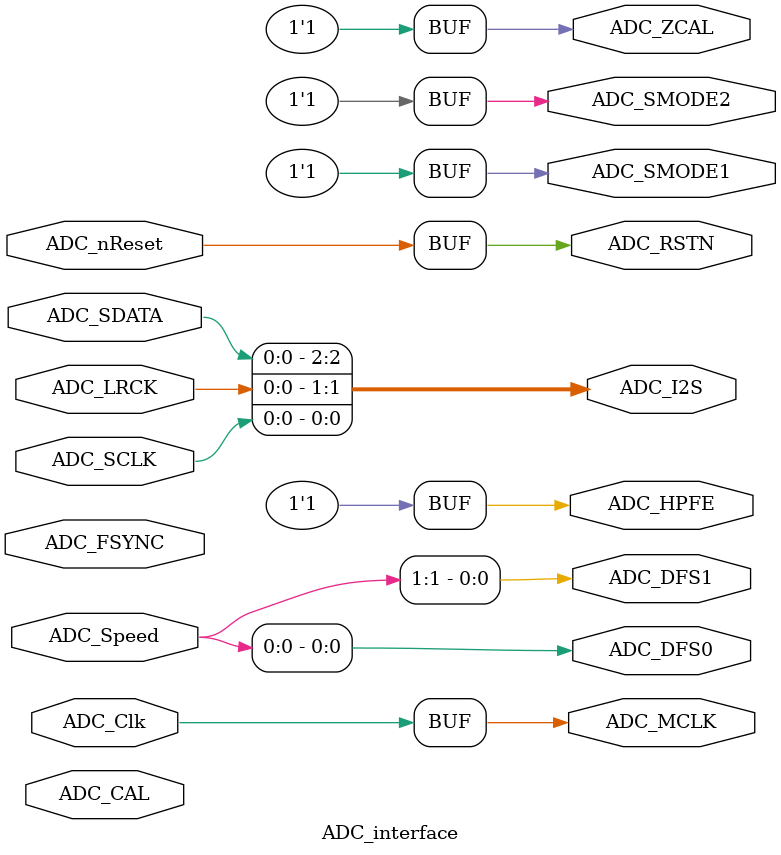
<source format=v>
module ADC_interface (
	// Pins
	input	ADC_SCLK,
	input	ADC_LRCK,
	input	ADC_FSYNC,
	input	ADC_SDATA,
	output	ADC_SMODE1,
	output	ADC_SMODE2,
	output	ADC_MCLK,
	output	ADC_DFS0,
	output	ADC_DFS1,
	output	ADC_HPFE,
	output	ADC_ZCAL,
	input	ADC_CAL,
	output	ADC_RSTN,
	// Wires
	output	[2:0] ADC_I2S,		// I2S[SD, WS, SCK]
	input	[1:0] ADC_Speed,
	input	ADC_Clk,			// Master clock
	input	ADC_nReset
	);
	
	// Set ADC into I2S Master mode
	assign ADC_SMODE1 = 1'b1;
	assign ADC_SMODE2 = 1'b1;
	// Set to calibrate from A/D inputs
	assign ADC_ZCAL = 1'b1;
	// Set High Pass Filter (>1Hz) on
	assign ADC_HPFE = 1'b1;
	
	// Wire-up I2S bus
	// N.B. - ADC_FSYNC is ignored by Janus
	assign ADC_I2S = {ADC_SDATA, ADC_LRCK, ADC_SCLK};
	// Wire-up Speed bus
	assign {ADC_DFS1, ADC_DFS0} = ADC_Speed;
	// Wire-up Master clock
	assign ADC_MCLK = ADC_Clk;

	// Wire-up reset
	assign ADC_RSTN = ADC_nReset;
	
endmodule

</source>
